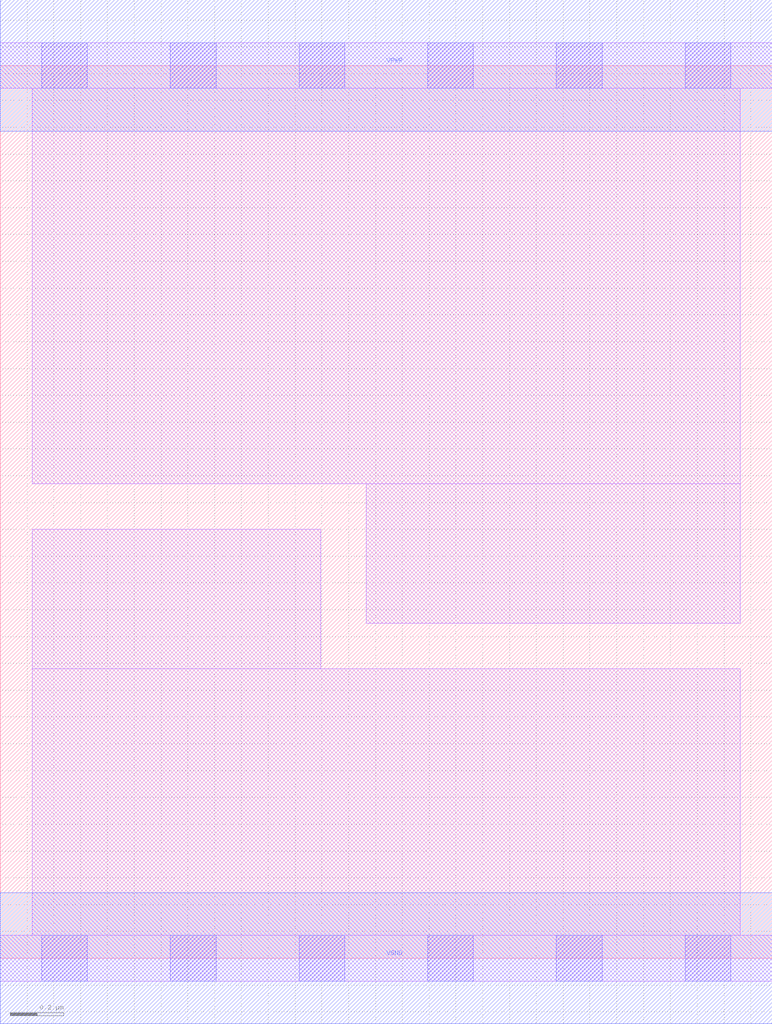
<source format=lef>
# Copyright 2020 The SkyWater PDK Authors
#
# Licensed under the Apache License, Version 2.0 (the "License");
# you may not use this file except in compliance with the License.
# You may obtain a copy of the License at
#
#     https://www.apache.org/licenses/LICENSE-2.0
#
# Unless required by applicable law or agreed to in writing, software
# distributed under the License is distributed on an "AS IS" BASIS,
# WITHOUT WARRANTIES OR CONDITIONS OF ANY KIND, either express or implied.
# See the License for the specific language governing permissions and
# limitations under the License.
#
# SPDX-License-Identifier: Apache-2.0

VERSION 5.7 ;
  NAMESCASESENSITIVE ON ;
  NOWIREEXTENSIONATPIN ON ;
  DIVIDERCHAR "/" ;
  BUSBITCHARS "[]" ;
UNITS
  DATABASE MICRONS 200 ;
END UNITS
MACRO sky130_fd_sc_ls__decaphe_6
  CLASS CORE ;
  FOREIGN sky130_fd_sc_ls__decaphe_6 ;
  ORIGIN  0.000000  0.000000 ;
  SIZE  2.880000 BY  3.330000 ;
  SYMMETRY X Y R90 ;
  SITE unit ;
  PIN VGND
    DIRECTION INOUT ;
    SHAPE ABUTMENT ;
    USE GROUND ;
    PORT
      LAYER met1 ;
        RECT 0.000000 -0.245000 2.880000 0.245000 ;
    END
  END VGND
  PIN VPWR
    DIRECTION INOUT ;
    SHAPE ABUTMENT ;
    USE POWER ;
    PORT
      LAYER met1 ;
        RECT 0.000000 3.085000 2.880000 3.575000 ;
    END
  END VPWR
  OBS
    LAYER li1 ;
      RECT 0.000000 -0.085000 2.880000 0.085000 ;
      RECT 0.000000  3.245000 2.880000 3.415000 ;
      RECT 0.120000  0.085000 2.760000 1.080000 ;
      RECT 0.120000  1.080000 1.195000 1.600000 ;
      RECT 0.120000  1.770000 2.760000 3.245000 ;
      RECT 1.365000  1.250000 2.760000 1.770000 ;
    LAYER mcon ;
      RECT 0.155000 -0.085000 0.325000 0.085000 ;
      RECT 0.155000  3.245000 0.325000 3.415000 ;
      RECT 0.635000 -0.085000 0.805000 0.085000 ;
      RECT 0.635000  3.245000 0.805000 3.415000 ;
      RECT 1.115000 -0.085000 1.285000 0.085000 ;
      RECT 1.115000  3.245000 1.285000 3.415000 ;
      RECT 1.595000 -0.085000 1.765000 0.085000 ;
      RECT 1.595000  3.245000 1.765000 3.415000 ;
      RECT 2.075000 -0.085000 2.245000 0.085000 ;
      RECT 2.075000  3.245000 2.245000 3.415000 ;
      RECT 2.555000 -0.085000 2.725000 0.085000 ;
      RECT 2.555000  3.245000 2.725000 3.415000 ;
  END
END sky130_fd_sc_ls__decaphe_6
END LIBRARY

</source>
